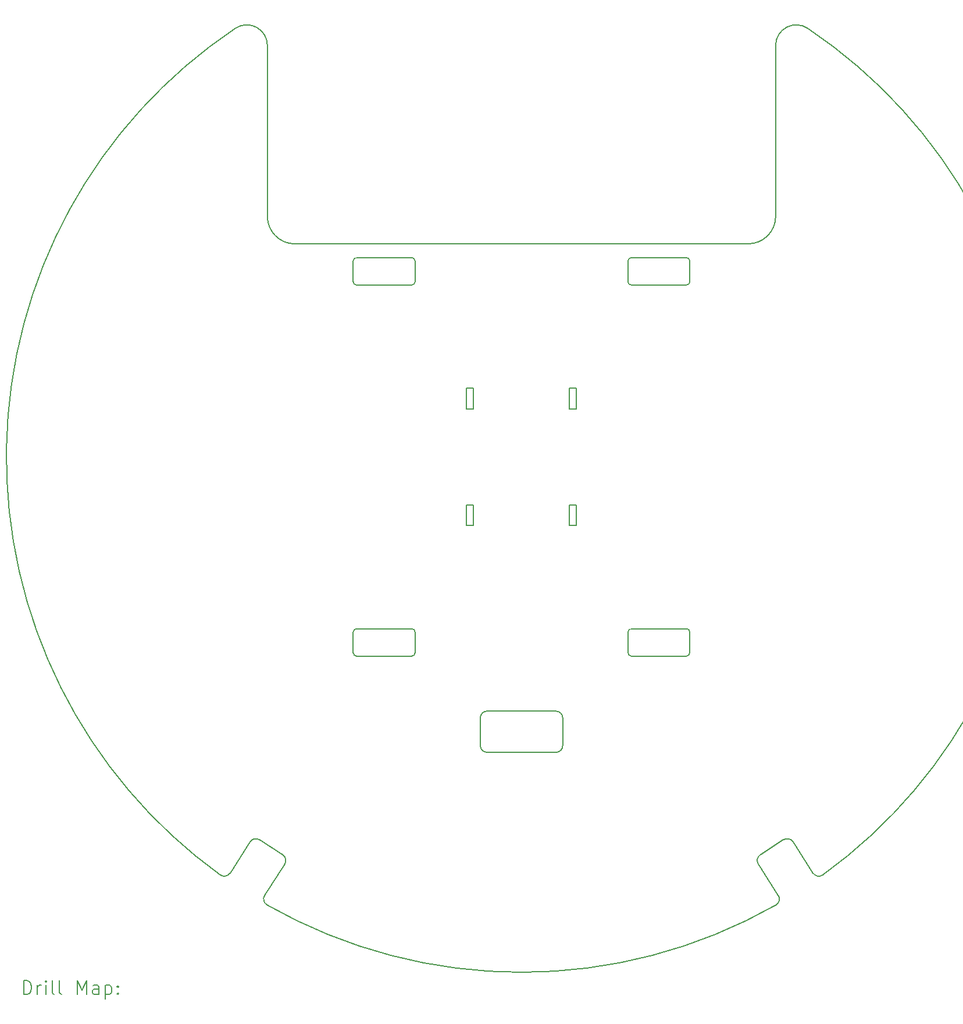
<source format=gbr>
%TF.GenerationSoftware,KiCad,Pcbnew,7.0.9*%
%TF.CreationDate,2023-12-19T12:29:52+08:00*%
%TF.ProjectId,layer3,6c617965-7233-42e6-9b69-6361645f7063,rev?*%
%TF.SameCoordinates,Original*%
%TF.FileFunction,Drillmap*%
%TF.FilePolarity,Positive*%
%FSLAX45Y45*%
G04 Gerber Fmt 4.5, Leading zero omitted, Abs format (unit mm)*
G04 Created by KiCad (PCBNEW 7.0.9) date 2023-12-19 12:29:52*
%MOMM*%
%LPD*%
G01*
G04 APERTURE LIST*
%ADD10C,0.200000*%
G04 APERTURE END LIST*
D10*
X8900000Y-13000000D02*
X8100000Y-13000000D01*
X12950000Y-13350000D02*
X12950000Y-13050000D01*
X11200000Y-11200000D02*
X11300000Y-11200000D01*
X11000000Y-14200000D02*
X10000000Y-14200000D01*
X11300000Y-11200000D02*
X11300000Y-11500000D01*
X6795274Y-17021120D02*
G75*
G03*
X14204726Y-17021120I3704726J6521120D01*
G01*
X6255613Y-16556004D02*
X6546901Y-16102277D01*
X14453101Y-16102276D02*
G75*
G03*
X14314924Y-16072150I-84151J-54024D01*
G01*
X11200000Y-9800000D02*
X11200000Y-9500000D01*
X7051802Y-16426418D02*
G75*
G03*
X7021680Y-16288246I-84133J54028D01*
G01*
X13800000Y-7400000D02*
X7200000Y-7400000D01*
X8950000Y-7950000D02*
X8950000Y-7650000D01*
X11200000Y-9500000D02*
X11300000Y-9500000D01*
X8950000Y-7650000D02*
G75*
G03*
X8900000Y-7600000I-50000J0D01*
G01*
X10000000Y-14800000D02*
X11000000Y-14800000D01*
X12100000Y-7600000D02*
X12900000Y-7600000D01*
X11200000Y-11500000D02*
X11200000Y-11200000D01*
X8100000Y-13400000D02*
X8900000Y-13400000D01*
X6760517Y-16880146D02*
G75*
G03*
X6795274Y-17021120I84153J-54024D01*
G01*
X14887032Y-16583087D02*
G75*
G03*
X14666667Y-4263905I-4387032J6083087D01*
G01*
X13800000Y-7400000D02*
G75*
G03*
X14200000Y-7000000I0J400000D01*
G01*
X9700000Y-11500000D02*
X9700000Y-11200000D01*
X8050000Y-13350000D02*
G75*
G03*
X8100000Y-13400000I50000J0D01*
G01*
X12100000Y-13000000D02*
G75*
G03*
X12050000Y-13050000I0J-50000D01*
G01*
X12050000Y-7950000D02*
X12050000Y-7650000D01*
X6800001Y-4513348D02*
G75*
G03*
X6333333Y-4263905I-300001J-2D01*
G01*
X12900000Y-8000000D02*
X12100000Y-8000000D01*
X9700000Y-11200000D02*
X9800000Y-11200000D01*
X10000000Y-14200000D02*
G75*
G03*
X9900000Y-14300000I0J-100000D01*
G01*
X14239480Y-16880148D02*
X13948193Y-16426421D01*
X12950000Y-7650000D02*
G75*
G03*
X12900000Y-7600000I-50000J0D01*
G01*
X14744387Y-16556003D02*
G75*
G03*
X14887032Y-16583087I84153J54033D01*
G01*
X6800000Y-7000000D02*
X6800000Y-4513348D01*
X9800000Y-11500000D02*
X9700000Y-11500000D01*
X12900000Y-13400000D02*
G75*
G03*
X12950000Y-13350000I0J50000D01*
G01*
X8900000Y-13400000D02*
G75*
G03*
X8950000Y-13350000I0J50000D01*
G01*
X8950000Y-13350000D02*
X8950000Y-13050000D01*
X12950000Y-7650000D02*
X12950000Y-7950000D01*
X9800000Y-9800000D02*
X9700000Y-9800000D01*
X14453099Y-16102277D02*
X14744387Y-16556004D01*
X11000000Y-14800000D02*
G75*
G03*
X11100000Y-14700000I0J100000D01*
G01*
X11300000Y-11500000D02*
X11200000Y-11500000D01*
X12100000Y-13400000D02*
X12900000Y-13400000D01*
X8050000Y-7950000D02*
G75*
G03*
X8100000Y-8000000I50000J0D01*
G01*
X12050000Y-7950000D02*
G75*
G03*
X12100000Y-8000000I50000J0D01*
G01*
X12900000Y-8000000D02*
G75*
G03*
X12950000Y-7950000I0J50000D01*
G01*
X12950000Y-13050000D02*
G75*
G03*
X12900000Y-13000000I-50000J0D01*
G01*
X6685074Y-16072151D02*
G75*
G03*
X6546901Y-16102277I-54025J-84149D01*
G01*
X9800000Y-9500000D02*
X9800000Y-9800000D01*
X7051807Y-16426421D02*
X6760520Y-16880148D01*
X9700000Y-9500000D02*
X9800000Y-9500000D01*
X8050000Y-7650000D02*
X8050000Y-7950000D01*
X14200000Y-4513348D02*
X14200000Y-7000000D01*
X8900000Y-7600000D02*
X8100000Y-7600000D01*
X13978321Y-16288248D02*
G75*
G03*
X13948193Y-16426421I54029J-84152D01*
G01*
X11300000Y-9800000D02*
X11200000Y-9800000D01*
X11100000Y-14300000D02*
G75*
G03*
X11000000Y-14200000I-100000J0D01*
G01*
X8900000Y-8000000D02*
G75*
G03*
X8950000Y-7950000I0J50000D01*
G01*
X6333333Y-4263905D02*
G75*
G03*
X6112968Y-16583087I4166667J-6236096D01*
G01*
X11300000Y-9500000D02*
X11300000Y-9800000D01*
X8100000Y-8000000D02*
X8900000Y-8000000D01*
X8950000Y-13050000D02*
G75*
G03*
X8900000Y-13000000I-50000J0D01*
G01*
X13978320Y-16288246D02*
X14314924Y-16072150D01*
X14204724Y-17021118D02*
G75*
G03*
X14239480Y-16880148I-49394J86948D01*
G01*
X11100000Y-14700000D02*
X11100000Y-14300000D01*
X9900000Y-14300000D02*
X9900000Y-14700000D01*
X8050000Y-13050000D02*
X8050000Y-13350000D01*
X6112967Y-16583090D02*
G75*
G03*
X6255613Y-16556004I58493J81110D01*
G01*
X14666666Y-4263906D02*
G75*
G03*
X14200000Y-4513348I-166666J-249444D01*
G01*
X12100000Y-7600000D02*
G75*
G03*
X12050000Y-7650000I0J-50000D01*
G01*
X9900000Y-14700000D02*
G75*
G03*
X10000000Y-14800000I100000J0D01*
G01*
X8100000Y-13000000D02*
G75*
G03*
X8050000Y-13050000I0J-50000D01*
G01*
X6685076Y-16072150D02*
X7021680Y-16288246D01*
X12050000Y-13050000D02*
X12050000Y-13350000D01*
X6800000Y-7000000D02*
G75*
G03*
X7200000Y-7400000I400000J0D01*
G01*
X9800000Y-11200000D02*
X9800000Y-11500000D01*
X12900000Y-13000000D02*
X12100000Y-13000000D01*
X9700000Y-9800000D02*
X9700000Y-9500000D01*
X8100000Y-7600000D02*
G75*
G03*
X8050000Y-7650000I0J-50000D01*
G01*
X12050000Y-13350000D02*
G75*
G03*
X12100000Y-13400000I50000J0D01*
G01*
X3250777Y-18321484D02*
X3250777Y-18121484D01*
X3250777Y-18121484D02*
X3298396Y-18121484D01*
X3298396Y-18121484D02*
X3326967Y-18131008D01*
X3326967Y-18131008D02*
X3346015Y-18150055D01*
X3346015Y-18150055D02*
X3355539Y-18169103D01*
X3355539Y-18169103D02*
X3365062Y-18207198D01*
X3365062Y-18207198D02*
X3365062Y-18235770D01*
X3365062Y-18235770D02*
X3355539Y-18273865D01*
X3355539Y-18273865D02*
X3346015Y-18292912D01*
X3346015Y-18292912D02*
X3326967Y-18311960D01*
X3326967Y-18311960D02*
X3298396Y-18321484D01*
X3298396Y-18321484D02*
X3250777Y-18321484D01*
X3450777Y-18321484D02*
X3450777Y-18188150D01*
X3450777Y-18226246D02*
X3460301Y-18207198D01*
X3460301Y-18207198D02*
X3469824Y-18197674D01*
X3469824Y-18197674D02*
X3488872Y-18188150D01*
X3488872Y-18188150D02*
X3507920Y-18188150D01*
X3574586Y-18321484D02*
X3574586Y-18188150D01*
X3574586Y-18121484D02*
X3565062Y-18131008D01*
X3565062Y-18131008D02*
X3574586Y-18140531D01*
X3574586Y-18140531D02*
X3584110Y-18131008D01*
X3584110Y-18131008D02*
X3574586Y-18121484D01*
X3574586Y-18121484D02*
X3574586Y-18140531D01*
X3698396Y-18321484D02*
X3679348Y-18311960D01*
X3679348Y-18311960D02*
X3669824Y-18292912D01*
X3669824Y-18292912D02*
X3669824Y-18121484D01*
X3803158Y-18321484D02*
X3784110Y-18311960D01*
X3784110Y-18311960D02*
X3774586Y-18292912D01*
X3774586Y-18292912D02*
X3774586Y-18121484D01*
X4031729Y-18321484D02*
X4031729Y-18121484D01*
X4031729Y-18121484D02*
X4098396Y-18264341D01*
X4098396Y-18264341D02*
X4165062Y-18121484D01*
X4165062Y-18121484D02*
X4165062Y-18321484D01*
X4346015Y-18321484D02*
X4346015Y-18216722D01*
X4346015Y-18216722D02*
X4336491Y-18197674D01*
X4336491Y-18197674D02*
X4317444Y-18188150D01*
X4317444Y-18188150D02*
X4279348Y-18188150D01*
X4279348Y-18188150D02*
X4260301Y-18197674D01*
X4346015Y-18311960D02*
X4326967Y-18321484D01*
X4326967Y-18321484D02*
X4279348Y-18321484D01*
X4279348Y-18321484D02*
X4260301Y-18311960D01*
X4260301Y-18311960D02*
X4250777Y-18292912D01*
X4250777Y-18292912D02*
X4250777Y-18273865D01*
X4250777Y-18273865D02*
X4260301Y-18254817D01*
X4260301Y-18254817D02*
X4279348Y-18245293D01*
X4279348Y-18245293D02*
X4326967Y-18245293D01*
X4326967Y-18245293D02*
X4346015Y-18235770D01*
X4441253Y-18188150D02*
X4441253Y-18388150D01*
X4441253Y-18197674D02*
X4460301Y-18188150D01*
X4460301Y-18188150D02*
X4498396Y-18188150D01*
X4498396Y-18188150D02*
X4517444Y-18197674D01*
X4517444Y-18197674D02*
X4526967Y-18207198D01*
X4526967Y-18207198D02*
X4536491Y-18226246D01*
X4536491Y-18226246D02*
X4536491Y-18283389D01*
X4536491Y-18283389D02*
X4526967Y-18302436D01*
X4526967Y-18302436D02*
X4517444Y-18311960D01*
X4517444Y-18311960D02*
X4498396Y-18321484D01*
X4498396Y-18321484D02*
X4460301Y-18321484D01*
X4460301Y-18321484D02*
X4441253Y-18311960D01*
X4622205Y-18302436D02*
X4631729Y-18311960D01*
X4631729Y-18311960D02*
X4622205Y-18321484D01*
X4622205Y-18321484D02*
X4612682Y-18311960D01*
X4612682Y-18311960D02*
X4622205Y-18302436D01*
X4622205Y-18302436D02*
X4622205Y-18321484D01*
X4622205Y-18197674D02*
X4631729Y-18207198D01*
X4631729Y-18207198D02*
X4622205Y-18216722D01*
X4622205Y-18216722D02*
X4612682Y-18207198D01*
X4612682Y-18207198D02*
X4622205Y-18197674D01*
X4622205Y-18197674D02*
X4622205Y-18216722D01*
M02*

</source>
